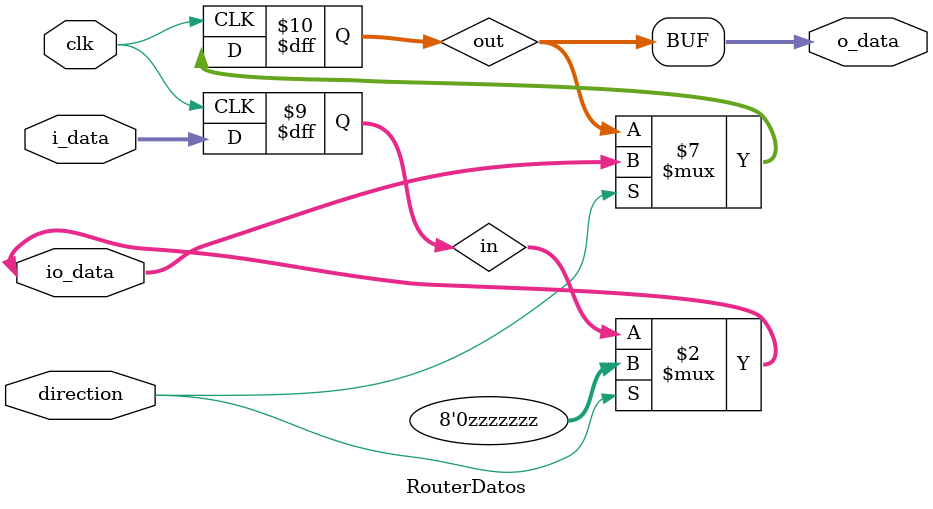
<source format=v>
`timescale 10ns / 100ps

module RouterDatos (
    input clk,
    input direction,
    input [7:0] i_data,
    inout [7:0] io_data,
    output [7:0] o_data );

    reg [7:0] in = 0;
    reg [7:0] out = 0;

    assign io_data = direction ? 7'bz : in;
    assign o_data = out;

    always @ ( posedge clk ) begin
        in <= i_data;
        if (direction == 1'b1) begin
            out <= io_data;
        end
    end

endmodule
</source>
